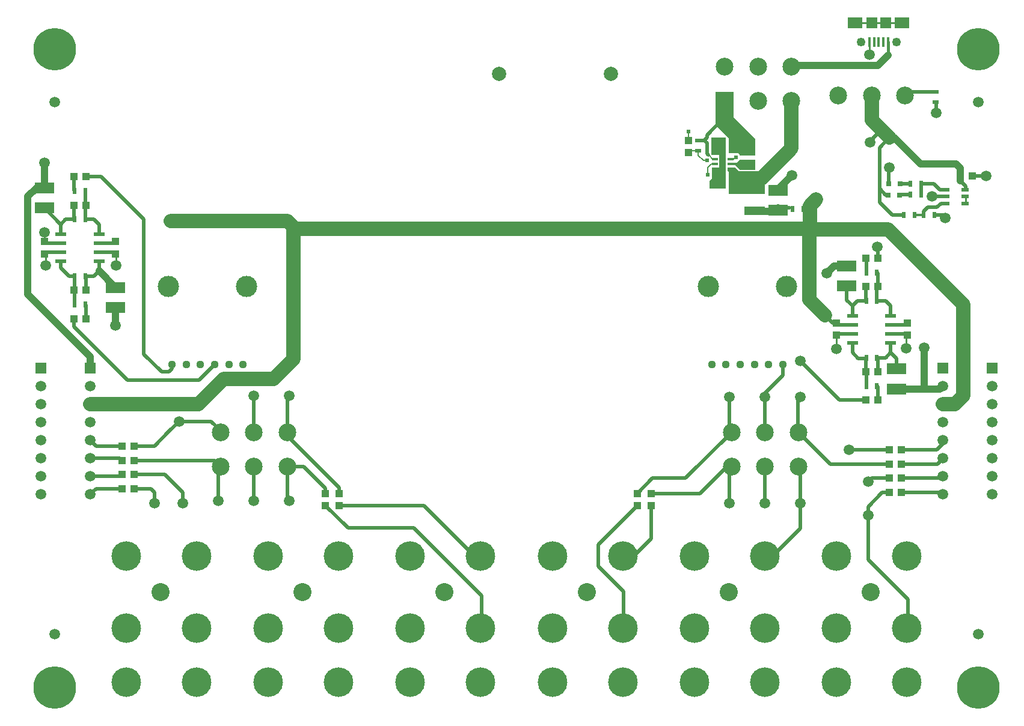
<source format=gtl>
G04 Layer_Physical_Order=1*
G04 Layer_Color=255*
%FSLAX43Y43*%
%MOMM*%
G71*
G01*
G75*
%ADD10R,1.100X1.000*%
%ADD11R,1.000X1.100*%
%ADD12R,0.600X0.900*%
%ADD13R,2.000X1.200*%
%ADD14R,2.700X1.600*%
%ADD15R,0.900X0.600*%
%ADD16R,0.800X0.800*%
%ADD17R,3.000X1.200*%
%ADD18R,0.850X0.350*%
%ADD19R,1.550X0.600*%
%ADD20R,0.400X1.350*%
%ADD21R,1.500X1.550*%
%ADD22R,1.050X0.600*%
%ADD23C,0.500*%
%ADD24C,1.000*%
%ADD25C,2.000*%
%ADD26C,0.300*%
%ADD27C,0.400*%
%ADD28C,0.254*%
%ADD29C,0.203*%
%ADD30R,2.000X1.600*%
%ADD31C,2.500*%
%ADD32C,1.110*%
%ADD33C,3.000*%
%ADD34C,6.000*%
%ADD35C,1.500*%
%ADD36C,2.000*%
%ADD37C,1.250*%
%ADD38C,1.550*%
%ADD39R,1.500X1.500*%
%ADD40C,4.166*%
%ADD41C,2.540*%
%ADD42C,0.610*%
%ADD43C,0.601*%
G36*
X99500Y75300D02*
X97200D01*
X97200Y76400D01*
X97500Y76700D01*
X97500Y78200D01*
X97600Y78300D01*
X98500Y78300D01*
X98500Y80100D01*
X97400Y80100D01*
Y82500D01*
X99500Y82500D01*
Y75300D01*
D02*
G37*
G36*
X101300Y77800D02*
Y77800D01*
X105000D01*
Y74600D01*
X100000D01*
X99900Y74700D01*
Y77700D01*
X99700Y77900D01*
Y78300D01*
X100800D01*
X101300Y77800D01*
D02*
G37*
G36*
X100600Y85400D02*
X103600Y82400D01*
Y80000D01*
X101400D01*
Y80100D01*
X101200Y80300D01*
X99900D01*
Y82400D01*
X98000Y84300D01*
Y89000D01*
X100600D01*
Y85400D01*
D02*
G37*
G36*
X103600Y79400D02*
X103600Y78000D01*
X101400Y78000D01*
X100800Y78600D01*
X100500Y78600D01*
Y79000D01*
X101000Y79000D01*
X101400Y79400D01*
X103600Y79400D01*
D02*
G37*
D10*
X122450Y38500D02*
D03*
X124150D02*
D03*
X122450Y36500D02*
D03*
X124150D02*
D03*
X122450Y34500D02*
D03*
X124150D02*
D03*
X122450Y32500D02*
D03*
X124150D02*
D03*
X16150Y33000D02*
D03*
X14450D02*
D03*
X16150Y35000D02*
D03*
X14450D02*
D03*
X16150Y37000D02*
D03*
X14450D02*
D03*
X16150Y39000D02*
D03*
X14450D02*
D03*
X9350Y57000D02*
D03*
X7650D02*
D03*
X9350Y61000D02*
D03*
X7650D02*
D03*
X7650Y73000D02*
D03*
X9350D02*
D03*
X7650Y77000D02*
D03*
X9350D02*
D03*
X134150Y77100D02*
D03*
X132450D02*
D03*
X98850Y80900D02*
D03*
X100550D02*
D03*
X98850Y76900D02*
D03*
X100550D02*
D03*
X119150Y65500D02*
D03*
X120850D02*
D03*
X119150Y61500D02*
D03*
X120850D02*
D03*
X120850Y45500D02*
D03*
X119150D02*
D03*
X120850Y49500D02*
D03*
X119150D02*
D03*
D11*
X125000Y54650D02*
D03*
Y56350D02*
D03*
X87000Y32350D02*
D03*
Y30650D02*
D03*
X89000Y32350D02*
D03*
Y30650D02*
D03*
X13500Y66150D02*
D03*
Y67850D02*
D03*
X43100Y32350D02*
D03*
Y30650D02*
D03*
X45000Y32350D02*
D03*
Y30650D02*
D03*
X115000Y54650D02*
D03*
Y56350D02*
D03*
X3500Y66150D02*
D03*
Y67850D02*
D03*
X94200Y82150D02*
D03*
Y80450D02*
D03*
D12*
X125450Y76000D02*
D03*
X126950D02*
D03*
Y74500D02*
D03*
X125450D02*
D03*
X9250Y59000D02*
D03*
X7750D02*
D03*
Y63000D02*
D03*
X9250D02*
D03*
Y71000D02*
D03*
X7750D02*
D03*
Y75000D02*
D03*
X9250D02*
D03*
X126050Y71600D02*
D03*
X124550D02*
D03*
X128800D02*
D03*
X127300D02*
D03*
X108850Y72500D02*
D03*
X110350D02*
D03*
X119250Y63500D02*
D03*
X120750D02*
D03*
Y59500D02*
D03*
X119250D02*
D03*
X120750Y47500D02*
D03*
X119250D02*
D03*
Y51500D02*
D03*
X120750D02*
D03*
D13*
X102500Y80700D02*
D03*
Y78700D02*
D03*
D14*
X13500Y58600D02*
D03*
Y61400D02*
D03*
X106800Y75100D02*
D03*
Y72300D02*
D03*
X123500Y47100D02*
D03*
Y49900D02*
D03*
X116500Y64400D02*
D03*
Y61600D02*
D03*
X3500Y75400D02*
D03*
Y72600D02*
D03*
D15*
X129000Y87500D02*
D03*
Y89000D02*
D03*
X95600Y80650D02*
D03*
Y82150D02*
D03*
D16*
X124000Y76000D02*
D03*
X122400D02*
D03*
X122300Y74400D02*
D03*
X123900D02*
D03*
D17*
X103500Y75224D02*
D03*
Y72176D02*
D03*
D18*
X100100Y79450D02*
D03*
Y78800D02*
D03*
Y78150D02*
D03*
X97900D02*
D03*
Y78800D02*
D03*
Y79450D02*
D03*
D19*
X5800Y65095D02*
D03*
Y66365D02*
D03*
Y67635D02*
D03*
Y68905D02*
D03*
X11200D02*
D03*
Y67635D02*
D03*
Y66365D02*
D03*
Y65095D02*
D03*
X117300Y53595D02*
D03*
Y54865D02*
D03*
Y56135D02*
D03*
Y57405D02*
D03*
X122700D02*
D03*
Y56135D02*
D03*
Y54865D02*
D03*
Y53595D02*
D03*
D20*
X122300Y96000D02*
D03*
X121650D02*
D03*
X121000D02*
D03*
X120350D02*
D03*
X119700D02*
D03*
D21*
X122000Y98700D02*
D03*
X120000D02*
D03*
D22*
X130450Y75150D02*
D03*
Y74200D02*
D03*
Y73250D02*
D03*
X133150Y74200D02*
D03*
Y73250D02*
D03*
Y75150D02*
D03*
D23*
X106800Y72600D02*
X108450D01*
X37700Y45800D02*
X38000Y46100D01*
X37700Y41000D02*
Y45800D01*
X33000Y31300D02*
Y36170D01*
X33000Y36170D02*
X33000Y36170D01*
X37700Y31600D02*
X38000Y31300D01*
X37700Y31600D02*
Y36170D01*
X40030D02*
X43100Y33100D01*
X37700Y36170D02*
X40030D01*
X43978Y22522D02*
X45080D01*
X16150Y37000D02*
X27470D01*
X28300Y36170D01*
X28000Y35870D02*
X28300Y36170D01*
X28000Y31300D02*
Y35870D01*
X22500Y42500D02*
X27000D01*
X28300Y41200D01*
Y41000D02*
Y41200D01*
X99670Y36170D02*
X100300D01*
X95850Y32350D02*
X99670Y36170D01*
X100000Y35870D02*
X100300Y36170D01*
X100000Y31000D02*
Y35870D01*
X100000Y41300D02*
X100300Y41000D01*
X122250Y38500D02*
X122350Y38400D01*
X105080Y22522D02*
X110000Y27442D01*
X109700Y36170D02*
X110000Y35870D01*
Y31000D02*
Y35870D01*
X109700Y41000D02*
X114200Y36500D01*
X133200Y75150D02*
Y75700D01*
X93800Y34500D02*
X100300Y41000D01*
X132450Y76450D02*
X133200Y75700D01*
X134150Y77100D02*
X136100D01*
X129100Y86000D02*
Y87400D01*
X129000Y87500D02*
X129100Y87400D01*
X122350Y38400D02*
X122450Y38500D01*
X43100Y32350D02*
Y33100D01*
X123500Y49900D02*
X123500Y49900D01*
X123500Y49900D02*
Y51400D01*
X122700Y52200D02*
X123500Y51400D01*
X121500Y32500D02*
X122450D01*
X120000Y34500D02*
X122450D01*
X130000Y32220D02*
X130500D01*
X129720Y32500D02*
X130000Y32220D01*
X124150Y32500D02*
X129720D01*
X130000Y34760D02*
X130500D01*
X129740Y34500D02*
X130000Y34760D01*
X124150Y34500D02*
X129740D01*
X130100Y37300D02*
X130500D01*
X124150Y36500D02*
X129300D01*
X130340Y47300D02*
X130500Y47460D01*
X129600Y47100D02*
X129800Y47300D01*
X16150Y39000D02*
X19000D01*
X18500Y33000D02*
X19000Y32500D01*
X33000Y46100D02*
X33000Y46100D01*
X15200Y48300D02*
X25300D01*
X27500Y50500D01*
X7650Y55850D02*
X15200Y48300D01*
X17500Y52000D02*
X20000Y49500D01*
X21100D01*
X21500Y49900D01*
Y50500D01*
X19000Y39000D02*
X21100Y41100D01*
X28000Y31300D02*
X28300Y31600D01*
X45000Y30650D02*
X56952D01*
X45000Y32350D02*
Y33200D01*
X46250Y27500D02*
X55500D01*
X43100Y30650D02*
X46250Y27500D01*
X119499Y29300D02*
Y30499D01*
Y23001D02*
Y29300D01*
X2400Y75400D02*
X3500D01*
X113400Y57500D02*
X114550Y56350D01*
X115000D01*
X120800Y67100D02*
X120850Y67050D01*
Y65500D02*
Y67050D01*
X5800Y64200D02*
X7000Y63000D01*
X5800Y64200D02*
Y65095D01*
X124700Y88500D02*
X125200Y89000D01*
X129000D01*
X124700Y88500D02*
X125000Y88200D01*
X116500Y59600D02*
Y61600D01*
Y59600D02*
X117300Y58800D01*
X119150Y65500D02*
X119250Y65400D01*
Y63500D02*
Y65400D01*
X120750Y63500D02*
X120850Y63400D01*
Y61500D02*
Y63400D01*
X120750Y61400D02*
X120850Y61500D01*
X120750Y59500D02*
Y61400D01*
X119150Y59600D02*
X119250Y59500D01*
X119150Y59600D02*
Y61500D01*
X118100Y51400D02*
X119150D01*
X117300Y52200D02*
X118100Y51400D01*
X117300Y52200D02*
Y53595D01*
X115000Y54650D02*
X115215Y54865D01*
X117300D01*
X115000Y56350D02*
X115215Y56135D01*
X117300D01*
Y57405D02*
Y58800D01*
X118000Y59500D01*
X119250D01*
X120750D02*
X122000D01*
X122700Y58800D01*
Y57405D02*
Y58800D01*
X124785Y56135D02*
X125000Y56350D01*
X122700Y56135D02*
X124785D01*
X124785Y54865D02*
X125000Y54650D01*
X122700Y54865D02*
X124785D01*
X122700Y52200D02*
Y53595D01*
X122000Y51500D02*
X122700Y52200D01*
X120750Y51500D02*
X122000D01*
X120750D02*
X120850Y51400D01*
Y49500D02*
Y51400D01*
X119150Y49500D02*
Y51400D01*
Y49500D02*
X119250Y49400D01*
Y47500D02*
Y49400D01*
X120750Y47500D02*
X120850Y47400D01*
Y45500D02*
Y47400D01*
X115500Y45500D02*
X119150D01*
X110000Y51000D02*
X115500Y45500D01*
X110000Y27442D02*
Y31000D01*
X124150Y38500D02*
X129160D01*
X119499Y23001D02*
X125080Y17420D01*
X119499Y30499D02*
X121500Y32500D01*
X119500Y34000D02*
X120000Y34500D01*
X107500Y49000D02*
Y50500D01*
X105000Y46500D02*
X107500Y49000D01*
X105000Y46000D02*
Y46500D01*
X89000Y32350D02*
X95850D01*
X81500Y25150D02*
X87000Y30650D01*
Y32350D02*
X89150Y34500D01*
X93800D01*
X89000Y26000D02*
Y30500D01*
X100000Y31000D02*
X100300Y31300D01*
X3500Y72600D02*
X5800Y70300D01*
X5800D01*
X7650Y71100D02*
X7750Y71000D01*
X7650Y71100D02*
Y73000D01*
Y75100D02*
X7750Y75000D01*
X7650Y75100D02*
Y77000D01*
X9350D02*
X11500D01*
X17500Y71000D01*
Y52000D02*
Y71000D01*
X7650Y55850D02*
Y57000D01*
X13500Y56000D02*
X13500Y56000D01*
X11200Y68905D02*
Y70300D01*
X10500Y71000D02*
X11200Y70300D01*
X9250Y71000D02*
X10500D01*
X6500D02*
X7750D01*
X5800Y70300D02*
X6500Y71000D01*
X5800Y68905D02*
Y70300D01*
X3500Y67850D02*
X3715Y67635D01*
X5800D01*
X3500Y66150D02*
X3715Y66365D01*
X5800D01*
X13285D02*
X13500Y66150D01*
X11200Y66365D02*
X13285D01*
X13285Y67635D02*
X13500Y67850D01*
X11200Y67635D02*
X13285D01*
X13500Y61400D02*
Y61400D01*
X9250Y63000D02*
X10500D01*
X11200Y63700D01*
Y65095D01*
X7000Y63000D02*
X7750D01*
X9250D02*
X9350Y62900D01*
Y61000D02*
Y62900D01*
X9250Y59000D02*
X9350Y58900D01*
Y57000D02*
Y58900D01*
X55500Y27500D02*
X65080Y17920D01*
X23000Y31000D02*
Y32500D01*
X20500Y35000D02*
X23000Y32500D01*
X19000Y31000D02*
Y32500D01*
X10000Y39840D02*
X10840Y39000D01*
X10000Y37300D02*
X10300Y37000D01*
X10000Y32220D02*
X10780Y33000D01*
X126950Y74500D02*
Y76000D01*
X119800Y81900D02*
Y82000D01*
X121400Y83600D01*
X124000Y76000D02*
X125450D01*
X124000Y74500D02*
X125450D01*
X123900Y74400D02*
X124000Y74500D01*
X126950Y76000D02*
X128750D01*
X121100Y81100D02*
X122500Y82500D01*
X121100Y75300D02*
Y81100D01*
Y75300D02*
X122000Y74400D01*
X122300D01*
X121100Y73400D02*
Y75300D01*
Y73400D02*
X122900Y71600D01*
X124550D01*
X129200Y72700D02*
X129750Y73250D01*
X127900Y72700D02*
X129200D01*
X127300Y72100D02*
X127900Y72700D01*
X127300Y71600D02*
Y72100D01*
X128800Y71600D02*
X130000D01*
X130400Y71200D01*
X33000Y31300D02*
X33000Y31300D01*
X114200Y36500D02*
X122450D01*
X116800Y38500D02*
X122250D01*
X85080Y22522D02*
X85522D01*
X81500Y22100D02*
Y25150D01*
Y22100D02*
X85080Y18520D01*
X111200Y69600D02*
X111300Y69700D01*
X122400Y78200D02*
X122500Y78300D01*
X122400Y76000D02*
Y78200D01*
X7750Y59000D02*
Y63000D01*
X9250Y71000D02*
Y75000D01*
X129300Y36500D02*
X130100Y37300D01*
X129800Y47300D02*
X130340D01*
X128750Y76000D02*
X129600Y75150D01*
X129160Y38500D02*
X130500Y39840D01*
X125080Y12362D02*
Y17420D01*
X128500Y74200D02*
X130450D01*
X130500D01*
X129600Y75150D02*
X130450D01*
X130500D01*
X129750Y73250D02*
X130450D01*
X130500D01*
X65080Y12362D02*
Y17920D01*
X56952Y30650D02*
X65080Y22522D01*
X85080Y12362D02*
Y18520D01*
X85522Y22522D02*
X89000Y26000D01*
X96800Y82900D02*
X98850Y84950D01*
X99100D01*
X95600Y82150D02*
X96450D01*
X96800Y82500D01*
X96450Y82150D02*
X96800Y81800D01*
Y80248D02*
Y81800D01*
Y80248D02*
X96998Y80050D01*
X96800Y82500D02*
Y82900D01*
X10840Y39000D02*
X14450D01*
X21100Y41100D02*
X21100D01*
X22500Y42500D01*
X16150Y35000D02*
X20500D01*
X16150Y33000D02*
X18500D01*
X10780D02*
X14450D01*
X10000Y34760D02*
X14210D01*
X14450Y35000D01*
X10000Y37300D02*
X14150D01*
X14450Y37000D01*
X37600Y40600D02*
X45000Y33200D01*
X33000Y42035D02*
Y46100D01*
X105000Y31000D02*
Y35135D01*
X109600Y42035D02*
Y45600D01*
X110000Y46000D01*
X100000Y41300D02*
Y46000D01*
X105000Y42035D02*
Y46000D01*
D24*
X106300Y72100D02*
X106800Y72600D01*
X103500Y72100D02*
X106300D01*
X108700Y92530D02*
X108870Y92700D01*
X120900D01*
X1200Y74200D02*
X2400Y75400D01*
X1200Y60400D02*
Y74200D01*
Y60400D02*
X10000Y51600D01*
X132450Y76450D02*
Y77100D01*
X127400Y47100D02*
X129600D01*
X123600D02*
X127400D01*
Y52900D01*
X10000Y50000D02*
Y51600D01*
X114700Y64400D02*
X116500D01*
X113700Y63400D02*
X114700Y64400D01*
X131900Y78800D02*
X132450Y78250D01*
X126900Y78800D02*
X131900D01*
X123200Y82500D02*
X126900Y78800D01*
X132450Y77200D02*
Y78250D01*
X3500Y75400D02*
Y79000D01*
X13500Y56000D02*
Y58600D01*
X11200Y63700D02*
X13500Y61400D01*
X107000Y75400D02*
X108800Y77200D01*
X103500Y75524D02*
Y75800D01*
Y72100D02*
Y72176D01*
Y75800D02*
X103900Y76200D01*
X120900Y92700D02*
X122300Y94100D01*
D25*
X111300Y69700D02*
Y72900D01*
X112200Y73800D01*
X108700Y81000D02*
Y87700D01*
X104500Y76800D02*
X108700Y81000D01*
X38600Y69700D02*
X111100D01*
X111200Y69600D02*
Y69700D01*
Y59700D02*
Y69600D01*
X122300D01*
X111100D02*
X111200D01*
X122300D02*
X132900Y59000D01*
X38600Y51300D02*
Y69700D01*
X132900Y46100D02*
Y59000D01*
X131720Y44920D02*
X132900Y46100D01*
X130000Y44920D02*
X131720D01*
X28800Y48500D02*
X35800D01*
X25220Y44920D02*
X28800Y48500D01*
X10000Y44920D02*
X25220D01*
X35800Y48500D02*
X38600Y51300D01*
X111200Y59700D02*
X113400Y57500D01*
X120000Y85000D02*
Y88500D01*
Y85000D02*
X121400Y83600D01*
X122500Y82500D01*
X111100Y69600D02*
Y69700D01*
X111200D01*
X21300Y70800D02*
X37700D01*
X38600Y69900D01*
X103900Y76200D02*
Y76800D01*
X104500D01*
D26*
X106000Y75400D02*
X107000D01*
X132300Y77050D02*
X132450Y77200D01*
X126050Y71600D02*
X127300D01*
X122500Y82500D02*
X123200D01*
D27*
X122300Y94100D02*
Y96000D01*
D28*
X124900Y52800D02*
Y54550D01*
X125000Y54650D01*
X115000Y52700D02*
Y54650D01*
X3700Y64700D02*
Y65950D01*
Y64500D02*
Y64700D01*
X3500Y66150D02*
X3700Y65950D01*
X3550Y64850D02*
X3700Y64700D01*
X13600Y64500D02*
Y66050D01*
X13500Y66150D02*
X13600Y66050D01*
X3500Y67850D02*
Y69200D01*
X119700Y94200D02*
Y96000D01*
X133200Y73250D02*
Y74200D01*
X117500Y98700D02*
X120000D01*
X122000D01*
X124500D01*
D29*
X100100Y79450D02*
X100550D01*
X98950Y78150D02*
X99000Y78100D01*
X97400Y78800D02*
X97900D01*
X95600Y80000D02*
Y80650D01*
X94200Y80450D02*
X94400Y80650D01*
X99100Y87500D02*
X99300Y87700D01*
X94200Y82150D02*
Y83400D01*
X97850Y79500D02*
X97900Y79450D01*
X97600Y79500D02*
X97850D01*
X96900Y77300D02*
Y78300D01*
X97400Y78800D01*
X97800Y80900D02*
X98850D01*
X97050Y80050D02*
X97600Y79500D01*
X94400Y80650D02*
X95600D01*
Y80000D02*
X96300Y79300D01*
X96800D01*
X100550Y79450D02*
X100900Y79800D01*
X99100Y84950D02*
Y87500D01*
D30*
X117700Y98700D02*
D03*
X124300D02*
D03*
D31*
X100300Y41000D02*
D03*
X105000D02*
D03*
X109700D02*
D03*
X100300Y36170D02*
D03*
X105000D02*
D03*
X109700D02*
D03*
X37700D02*
D03*
X33000D02*
D03*
X28300D02*
D03*
X37700Y41000D02*
D03*
X33000D02*
D03*
X28300D02*
D03*
X108700Y87700D02*
D03*
X104000D02*
D03*
X99300D02*
D03*
X108700Y92530D02*
D03*
X104000D02*
D03*
X99300D02*
D03*
X124700Y88500D02*
D03*
X120000D02*
D03*
X115300D02*
D03*
D32*
X107500Y50500D02*
D03*
X105500D02*
D03*
X103500D02*
D03*
X101500D02*
D03*
X99500D02*
D03*
X97500D02*
D03*
X31500D02*
D03*
X29500D02*
D03*
X27500D02*
D03*
X25500D02*
D03*
X23500D02*
D03*
X21500D02*
D03*
D33*
X108000Y61500D02*
D03*
X97000D02*
D03*
X32000D02*
D03*
X21000D02*
D03*
D34*
X135000Y5000D02*
D03*
Y95000D02*
D03*
X5000D02*
D03*
Y5000D02*
D03*
D35*
X135000Y87500D02*
D03*
Y12500D02*
D03*
X33000Y31300D02*
D03*
X33000Y46100D02*
D03*
X105000Y46000D02*
D03*
Y31000D02*
D03*
X5000Y87500D02*
D03*
X3500Y79000D02*
D03*
X13500Y56000D02*
D03*
X5000Y12500D02*
D03*
X19000Y31000D02*
D03*
X23000D02*
D03*
X28000Y31300D02*
D03*
X38000D02*
D03*
X38000Y46100D02*
D03*
X100000Y31000D02*
D03*
X100000Y46000D02*
D03*
X110000Y31000D02*
D03*
X119500Y34000D02*
D03*
X119499Y29300D02*
D03*
X110000Y46000D02*
D03*
X112200Y73800D02*
D03*
X119800Y81900D02*
D03*
X127400Y52900D02*
D03*
X113700Y63400D02*
D03*
X22500Y42500D02*
D03*
X10000Y32220D02*
D03*
Y34760D02*
D03*
Y37300D02*
D03*
Y39840D02*
D03*
Y42380D02*
D03*
Y44920D02*
D03*
Y47460D02*
D03*
X130000Y32220D02*
D03*
Y34760D02*
D03*
Y37300D02*
D03*
Y39840D02*
D03*
Y42380D02*
D03*
Y44920D02*
D03*
Y47460D02*
D03*
X3000Y32220D02*
D03*
Y34760D02*
D03*
Y37300D02*
D03*
Y39840D02*
D03*
Y42380D02*
D03*
Y44920D02*
D03*
Y47460D02*
D03*
X137000Y32220D02*
D03*
Y34760D02*
D03*
Y37300D02*
D03*
Y39840D02*
D03*
Y42380D02*
D03*
Y44920D02*
D03*
Y47460D02*
D03*
X128500Y74200D02*
D03*
X129100Y86000D02*
D03*
X119700Y94200D02*
D03*
X124900Y52800D02*
D03*
X115000Y52700D02*
D03*
X3700Y64500D02*
D03*
X13600D02*
D03*
X120800Y67100D02*
D03*
X3500Y69200D02*
D03*
X136100Y77100D02*
D03*
X110000Y51000D02*
D03*
X130400Y71200D02*
D03*
X116800Y38500D02*
D03*
X108800Y77200D02*
D03*
X21300Y70800D02*
D03*
X122500Y78300D02*
D03*
D36*
X83300Y91500D02*
D03*
X67500D02*
D03*
D37*
X123500Y96000D02*
D03*
X118500D02*
D03*
D38*
X124500Y98700D02*
D03*
X117500D02*
D03*
D39*
X10000Y50000D02*
D03*
X130000Y50000D02*
D03*
X3000Y50000D02*
D03*
X137000Y50000D02*
D03*
D40*
X124953Y5780D02*
D03*
Y13400D02*
D03*
Y23560D02*
D03*
X115047Y5780D02*
D03*
Y13400D02*
D03*
Y23560D02*
D03*
X44953Y5780D02*
D03*
Y13400D02*
D03*
Y23560D02*
D03*
X35047Y5780D02*
D03*
Y13400D02*
D03*
Y23560D02*
D03*
X104953Y5780D02*
D03*
Y13400D02*
D03*
Y23560D02*
D03*
X95047Y5780D02*
D03*
Y13400D02*
D03*
Y23560D02*
D03*
X24953Y5780D02*
D03*
Y13400D02*
D03*
Y23560D02*
D03*
X15047Y5780D02*
D03*
Y13400D02*
D03*
Y23560D02*
D03*
X64953Y5780D02*
D03*
Y13400D02*
D03*
Y23560D02*
D03*
X55047Y5780D02*
D03*
Y13400D02*
D03*
Y23560D02*
D03*
X84953Y5780D02*
D03*
Y13400D02*
D03*
Y23560D02*
D03*
X75047Y5780D02*
D03*
Y13400D02*
D03*
Y23560D02*
D03*
D41*
X119873Y18480D02*
D03*
X39873D02*
D03*
X99873D02*
D03*
X19873D02*
D03*
X59873Y18480D02*
D03*
X79873Y18480D02*
D03*
D42*
X100900Y79700D02*
D03*
X94200Y83400D02*
D03*
X97800Y80900D02*
D03*
X96800Y79300D02*
D03*
D43*
X99000Y78100D02*
D03*
Y79100D02*
D03*
X98900Y82100D02*
D03*
Y75700D02*
D03*
X97600Y76200D02*
D03*
X96900Y77300D02*
D03*
X100800Y77700D02*
D03*
M02*

</source>
